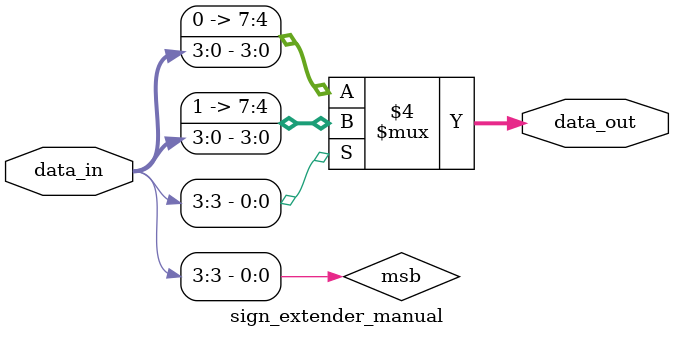
<source format=sv>
module sign_extender_manual #(parameter WIDTH = 8) (
  input  logic [WIDTH/2-1:0] data_in,
  output logic [WIDTH-1:0]   data_out
);

  // Extract the MSB
  logic msb;
  assign msb = data_in[WIDTH/2-1];

  // Sign-extend using a conditional assignment to avoid x's
  always_comb begin
    if (msb == 1'b1) begin
      data_out = { {WIDTH/2{1'b1}}, data_in }; // Extend with 1s
    end else begin
      data_out = { {WIDTH/2{1'b0}}, data_in }; // Extend with 0s
    end
  end

endmodule
</source>
